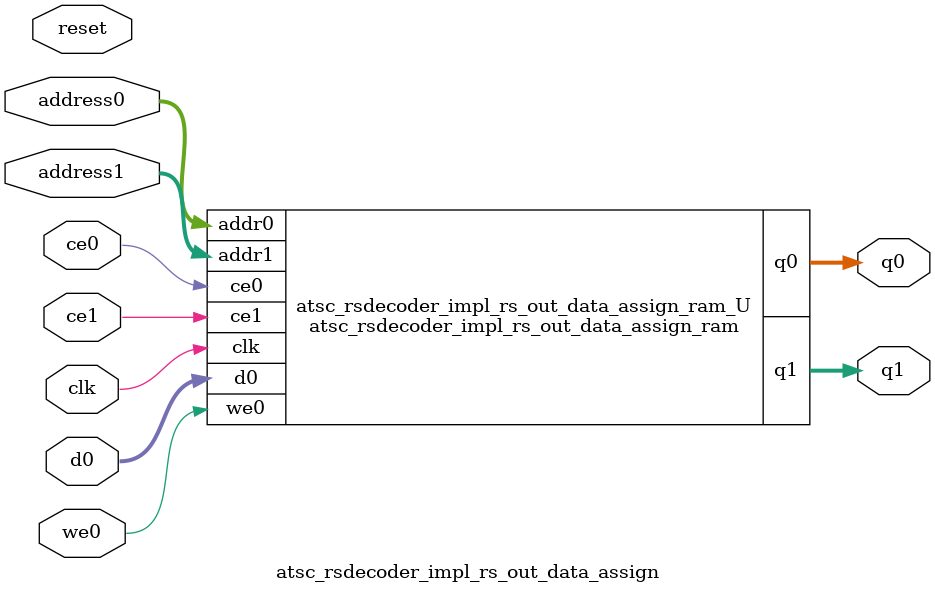
<source format=v>

`timescale 1 ns / 1 ps
module atsc_rsdecoder_impl_rs_out_data_assign_ram (addr0, ce0, d0, we0, q0, addr1, ce1, q1,  clk);

parameter DWIDTH = 8;
parameter AWIDTH = 8;
parameter MEM_SIZE = 187;

input[AWIDTH-1:0] addr0;
input ce0;
input[DWIDTH-1:0] d0;
input we0;
output reg[DWIDTH-1:0] q0;
input[AWIDTH-1:0] addr1;
input ce1;
output reg[DWIDTH-1:0] q1;
input clk;

(* ram_style = "block" *)reg [DWIDTH-1:0] ram[MEM_SIZE-1:0];




always @(posedge clk)  
begin 
    if (ce0) 
    begin
        if (we0) 
        begin 
            ram[addr0] <= d0; 
            q0 <= d0;
        end 
        else 
            q0 <= ram[addr0];
    end
end


always @(posedge clk)  
begin 
    if (ce1) 
    begin
            q1 <= ram[addr1];
    end
end


endmodule


`timescale 1 ns / 1 ps
module atsc_rsdecoder_impl_rs_out_data_assign(
    reset,
    clk,
    address0,
    ce0,
    we0,
    d0,
    q0,
    address1,
    ce1,
    q1);

parameter DataWidth = 32'd8;
parameter AddressRange = 32'd187;
parameter AddressWidth = 32'd8;
input reset;
input clk;
input[AddressWidth - 1:0] address0;
input ce0;
input we0;
input[DataWidth - 1:0] d0;
output[DataWidth - 1:0] q0;
input[AddressWidth - 1:0] address1;
input ce1;
output[DataWidth - 1:0] q1;



atsc_rsdecoder_impl_rs_out_data_assign_ram atsc_rsdecoder_impl_rs_out_data_assign_ram_U(
    .clk( clk ),
    .addr0( address0 ),
    .ce0( ce0 ),
    .d0( d0 ),
    .we0( we0 ),
    .q0( q0 ),
    .addr1( address1 ),
    .ce1( ce1 ),
    .q1( q1 ));

endmodule


</source>
